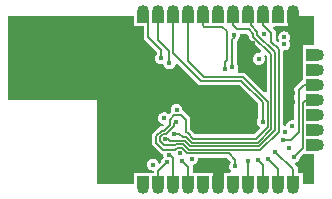
<source format=gbl>
G04 Layer_Physical_Order=4*
G04 Layer_Color=16711680*
%FSLAX25Y25*%
%MOIN*%
G70*
G01*
G75*
%ADD16R,0.03937X0.03937*%
%ADD26C,0.00600*%
%ADD28C,0.01000*%
%ADD33C,0.01600*%
%ADD34C,0.04000*%
%ADD35C,0.02400*%
G36*
X361646Y362082D02*
Y361866D01*
X361646Y361866D01*
X361536Y361730D01*
X361439Y361585D01*
X361354Y361432D01*
X361284Y361273D01*
X361227Y361107D01*
X361185Y360938D01*
X361158Y360765D01*
X361147Y360591D01*
X361150Y360416D01*
X361169Y360243D01*
X361202Y360071D01*
X361251Y359904D01*
X361314Y359741D01*
X361391Y359584D01*
X361481Y359434D01*
X361576Y359303D01*
X361576Y359303D01*
X361607Y359261D01*
X361634Y359216D01*
X361656Y359169D01*
X361675Y359120D01*
X361689Y359069D01*
X361699Y359018D01*
X361704Y358966D01*
X361705Y358913D01*
X361701Y358861D01*
X361692Y358810D01*
X361680Y358759D01*
X361662Y358709D01*
X361641Y358662D01*
X361615Y358616D01*
X361586Y358573D01*
X361553Y358532D01*
X361516Y358495D01*
X361476Y358461D01*
X361434Y358430D01*
X361389Y358403D01*
X361342Y358381D01*
X361293Y358362D01*
X361242Y358348D01*
X361191Y358338D01*
X361139Y358333D01*
X361104Y358332D01*
X359330D01*
Y357131D01*
X355670D01*
Y358332D01*
X349002D01*
Y360993D01*
X349229Y361049D01*
X349229Y361049D01*
X349396Y361099D01*
X349559Y361163D01*
X349715Y361241D01*
X349864Y361332D01*
X350005Y361436D01*
X350135Y361552D01*
X350256Y361678D01*
X350364Y361815D01*
X350461Y361961D01*
X350544Y362114D01*
X350614Y362274D01*
X350669Y362440D01*
X350710Y362610D01*
X350736Y362782D01*
X350747Y362957D01*
X350747Y362998D01*
Y363298D01*
X360430D01*
X361646Y362082D01*
D02*
G37*
G36*
X389289Y354692D02*
X385670D01*
Y358332D01*
X384002D01*
Y360093D01*
X383276Y360818D01*
X383276Y360818D01*
X383241Y360857D01*
X383209Y360898D01*
X383181Y360943D01*
X383157Y360989D01*
X383137Y361037D01*
X383121Y361087D01*
X383110Y361139D01*
X383103Y361190D01*
X383101Y361243D01*
X383103Y361295D01*
X383110Y361347D01*
X383122Y361398D01*
X383137Y361448D01*
X383157Y361496D01*
X383182Y361543D01*
X383210Y361587D01*
X383242Y361628D01*
X383277Y361667D01*
X383316Y361702D01*
X383357Y361734D01*
X383402Y361762D01*
X383448Y361786D01*
X383473Y361797D01*
X383473Y361797D01*
X383631Y361871D01*
X383783Y361958D01*
X383926Y362057D01*
X384060Y362169D01*
X384184Y362292D01*
X384297Y362426D01*
X384397Y362569D01*
X384485Y362720D01*
X384559Y362878D01*
X384620Y363042D01*
X384665Y363210D01*
X384696Y363382D01*
X384701Y363422D01*
X384713Y363527D01*
X385735Y364548D01*
X389289D01*
Y354692D01*
D02*
G37*
G36*
X329330Y407140D02*
X332626D01*
Y402923D01*
X336940Y398608D01*
Y397772D01*
X336940Y397772D01*
X336830Y397636D01*
X336733Y397491D01*
X336649Y397338D01*
X336578Y397178D01*
X336521Y397013D01*
X336479Y396844D01*
X336453Y396671D01*
X336441Y396497D01*
X336444Y396322D01*
X336462Y396148D01*
X336496Y395977D01*
X336545Y395809D01*
X336608Y395646D01*
X336684Y395490D01*
X336775Y395340D01*
X336877Y395199D01*
X336992Y395067D01*
X337118Y394946D01*
X337254Y394836D01*
X337399Y394739D01*
X337552Y394655D01*
X337712Y394584D01*
X337877Y394527D01*
X338046Y394485D01*
X338219Y394459D01*
X338393Y394447D01*
X338568Y394450D01*
X338741Y394468D01*
X338913Y394502D01*
X338920Y394504D01*
X338920Y394503D01*
X338946Y394509D01*
X338972Y394511D01*
X338998Y394512D01*
X339024Y394510D01*
X339050Y394506D01*
X339075Y394500D01*
X339100Y394491D01*
X339124Y394481D01*
X339147Y394468D01*
X339169Y394454D01*
X339189Y394437D01*
X339208Y394419D01*
X339225Y394399D01*
X339241Y394378D01*
X339254Y394356D01*
X339266Y394332D01*
X339275Y394308D01*
X339282Y394286D01*
X339282Y394286D01*
X339332Y394119D01*
X339397Y393957D01*
X339476Y393801D01*
X339568Y393652D01*
X339672Y393512D01*
X339789Y393382D01*
X339916Y393263D01*
X340053Y393155D01*
X340199Y393059D01*
X340353Y392976D01*
X340514Y392907D01*
X340680Y392853D01*
X340850Y392813D01*
X341023Y392788D01*
X341197Y392778D01*
X341372Y392784D01*
X341545Y392804D01*
X341716Y392840D01*
X341883Y392890D01*
X342045Y392955D01*
X342201Y393034D01*
X342350Y393126D01*
X342490Y393231D01*
X342620Y393347D01*
X342740Y393474D01*
X342847Y393611D01*
X342943Y393758D01*
X343026Y393911D01*
X343095Y394072D01*
X343137Y394195D01*
X343137Y394195D01*
X343155Y394244D01*
X343176Y394292D01*
X343202Y394338D01*
X343232Y394381D01*
X343265Y394421D01*
X343302Y394459D01*
X343341Y394493D01*
X343384Y394523D01*
X343429Y394549D01*
X343476Y394572D01*
X343525Y394590D01*
X343576Y394604D01*
X343627Y394614D01*
X343679Y394619D01*
X343731Y394620D01*
X343784Y394616D01*
X343835Y394607D01*
X343886Y394594D01*
X343935Y394577D01*
X343983Y394555D01*
X344028Y394529D01*
X344072Y394499D01*
X344112Y394466D01*
X344135Y394444D01*
X351103Y387476D01*
X364601D01*
X370798Y381278D01*
Y376623D01*
X370798Y376623D01*
X370688Y376487D01*
X370591Y376342D01*
X370506Y376189D01*
X370436Y376030D01*
X370379Y375864D01*
X370337Y375695D01*
X370310Y375522D01*
X370299Y375348D01*
X370302Y375173D01*
X370321Y375000D01*
X370354Y374828D01*
X370403Y374661D01*
X370466Y374498D01*
X370543Y374341D01*
X370633Y374191D01*
X370736Y374050D01*
X370851Y373919D01*
X370977Y373798D01*
X371103Y373695D01*
X371103Y373695D01*
X371143Y373662D01*
X371181Y373625D01*
X371215Y373586D01*
X371246Y373543D01*
X371272Y373498D01*
X371295Y373451D01*
X371314Y373402D01*
X371328Y373352D01*
X371338Y373300D01*
X371343Y373248D01*
X371344Y373196D01*
X371340Y373144D01*
X371332Y373092D01*
X371319Y373041D01*
X371301Y372992D01*
X371280Y372944D01*
X371254Y372898D01*
X371225Y372855D01*
X371192Y372815D01*
X371168Y372789D01*
X369608Y371230D01*
X349691D01*
X348196Y372724D01*
Y376617D01*
X345598Y379215D01*
X345601Y379343D01*
X345601Y379343D01*
X345596Y379518D01*
X345577Y379691D01*
X345542Y379862D01*
X345493Y380030D01*
X345429Y380192D01*
X345351Y380349D01*
X345260Y380498D01*
X345156Y380638D01*
X345040Y380769D01*
X344914Y380890D01*
X344777Y380998D01*
X344632Y381095D01*
X344479Y381178D01*
X344318Y381248D01*
X344153Y381304D01*
X343983Y381345D01*
X343810Y381371D01*
X343636Y381382D01*
X343461Y381377D01*
X343288Y381358D01*
X343117Y381323D01*
X342949Y381274D01*
X342787Y381210D01*
X342630Y381132D01*
X342481Y381041D01*
X342341Y380937D01*
X342210Y380821D01*
X342089Y380695D01*
X341981Y380558D01*
X341884Y380413D01*
X341800Y380259D01*
X341731Y380099D01*
X341675Y379934D01*
X341634Y379764D01*
X341608Y379591D01*
X341597Y379417D01*
X341602Y379242D01*
X341621Y379069D01*
X341656Y378898D01*
X341678Y378818D01*
X341728Y378647D01*
X340943Y377863D01*
X340732Y378046D01*
X340732Y378046D01*
X340595Y378155D01*
X340450Y378251D01*
X340296Y378334D01*
X340136Y378404D01*
X339970Y378460D01*
X339801Y378500D01*
X339628Y378526D01*
X339454Y378537D01*
X339279Y378532D01*
X339106Y378512D01*
X338934Y378477D01*
X338767Y378428D01*
X338604Y378364D01*
X338448Y378286D01*
X338299Y378194D01*
X338159Y378091D01*
X338028Y377975D01*
X337908Y377848D01*
X337799Y377712D01*
X337703Y377566D01*
X337619Y377412D01*
X337550Y377252D01*
X337494Y377086D01*
X337454Y376917D01*
X337428Y376744D01*
X337417Y376570D01*
X337422Y376395D01*
X337442Y376221D01*
X337477Y376050D01*
X337526Y375883D01*
X337590Y375720D01*
X337668Y375564D01*
X337759Y375415D01*
X337863Y375275D01*
X337979Y375144D01*
X338106Y375024D01*
X338243Y374915D01*
X338388Y374819D01*
X338542Y374735D01*
X338702Y374666D01*
X338867Y374610D01*
X338974Y374583D01*
X339058Y374564D01*
X339331Y374291D01*
X338961Y373920D01*
X337977D01*
X335400Y371344D01*
Y367694D01*
X338616Y364478D01*
X339187D01*
X339200Y364192D01*
X339200D01*
X339215Y364018D01*
X339246Y363846D01*
X339291Y363677D01*
X339339Y363542D01*
X339339Y363542D01*
X339197Y363440D01*
X339065Y363326D01*
X338943Y363201D01*
X338833Y363065D01*
X338735Y362921D01*
X338649Y362769D01*
X338578Y362609D01*
X338520Y362444D01*
X338478Y362275D01*
X338450Y362103D01*
X338449Y362096D01*
X338437Y361991D01*
X337876Y361430D01*
X337615Y361691D01*
X337593Y361755D01*
X337593Y361755D01*
X337528Y361917D01*
X337449Y362073D01*
X337357Y362222D01*
X337253Y362361D01*
X337136Y362492D01*
X337009Y362611D01*
X336872Y362719D01*
X336726Y362815D01*
X336572Y362898D01*
X336411Y362966D01*
X336245Y363021D01*
X336075Y363061D01*
X335903Y363086D01*
X335728Y363096D01*
X335554Y363090D01*
X335380Y363070D01*
X335209Y363034D01*
X335042Y362984D01*
X334880Y362919D01*
X334724Y362840D01*
X334576Y362748D01*
X334436Y362644D01*
X334305Y362527D01*
X334186Y362400D01*
X334078Y362263D01*
X333982Y362117D01*
X333899Y361963D01*
X333830Y361802D01*
X333776Y361636D01*
X333736Y361467D01*
X333711Y361294D01*
X333701Y361119D01*
X333707Y360945D01*
X333727Y360771D01*
X333763Y360600D01*
X333813Y360433D01*
X333878Y360271D01*
X333957Y360115D01*
X334049Y359966D01*
X334153Y359827D01*
X334270Y359696D01*
X334397Y359577D01*
X334534Y359469D01*
X334680Y359373D01*
X334834Y359290D01*
X334995Y359222D01*
X335160Y359167D01*
X335331Y359127D01*
X335503Y359102D01*
X335678Y359092D01*
X335699Y359092D01*
X335725Y359091D01*
X335751Y359087D01*
X335777Y359082D01*
X335802Y359074D01*
X335826Y359064D01*
X335849Y359051D01*
X335871Y359037D01*
X335892Y359021D01*
X335911Y359003D01*
X335929Y358984D01*
X335944Y358963D01*
X335958Y358941D01*
X335970Y358918D01*
X335980Y358894D01*
X335988Y358869D01*
X335994Y358843D01*
X335997Y358817D01*
X335998Y358792D01*
Y358332D01*
X329330D01*
Y354692D01*
X317115D01*
Y382747D01*
X287400D01*
Y410778D01*
X329330D01*
Y407140D01*
D02*
G37*
G36*
X389289Y400890D02*
X385650D01*
Y389220D01*
X385429D01*
X382840Y386632D01*
Y376387D01*
X382838Y376335D01*
X382831Y376283D01*
X382820Y376232D01*
X382804Y376182D01*
X382784Y376133D01*
X382760Y376087D01*
X382732Y376043D01*
X382700Y376001D01*
X382665Y375962D01*
X382626Y375927D01*
X382585Y375895D01*
X382541Y375867D01*
X382494Y375843D01*
X382446Y375822D01*
X382396Y375807D01*
X382345Y375795D01*
X382293Y375788D01*
X382241Y375786D01*
X382195Y375788D01*
X382195Y375788D01*
X382020Y375794D01*
X381846Y375784D01*
X381673Y375759D01*
X381503Y375719D01*
X381337Y375665D01*
X381177Y375596D01*
X381023Y375513D01*
X380877Y375418D01*
X380739Y375310D01*
X380612Y375190D01*
X380496Y375060D01*
X380391Y374920D01*
X380299Y374772D01*
X380220Y374616D01*
X380155Y374454D01*
X380112Y374314D01*
X380112Y374314D01*
X380104Y374289D01*
X380094Y374265D01*
X380082Y374242D01*
X380068Y374220D01*
X380052Y374199D01*
X380034Y374180D01*
X380015Y374162D01*
X379994Y374146D01*
X379972Y374132D01*
X379948Y374120D01*
X379924Y374111D01*
X379899Y374103D01*
X379874Y374097D01*
X379848Y374094D01*
X379821Y374093D01*
X379813D01*
X379813Y374093D01*
X379712Y374094D01*
Y374094D01*
X379660Y374096D01*
X379608Y374101D01*
X379556Y374112D01*
X379506Y374127D01*
X379457Y374146D01*
X379411Y374169D01*
X379366Y374197D01*
X379324Y374228D01*
X379285Y374263D01*
X379249Y374301D01*
X379216Y374342D01*
X379187Y374385D01*
X379163Y374431D01*
X379142Y374479D01*
X379125Y374529D01*
X379113Y374580D01*
X379105Y374632D01*
X379102Y374684D01*
X379102Y374694D01*
Y398580D01*
X379104Y398632D01*
X379111Y398684D01*
X379122Y398735D01*
X379138Y398785D01*
X379158Y398834D01*
X379182Y398880D01*
X379210Y398924D01*
X379242Y398966D01*
X379278Y399004D01*
X379316Y399040D01*
X379358Y399072D01*
X379402Y399100D01*
X379448Y399124D01*
X379497Y399144D01*
X379547Y399160D01*
X379598Y399171D01*
X379650Y399178D01*
X379653Y399178D01*
X379653Y399178D01*
X379826Y399199D01*
X379997Y399236D01*
X380164Y399288D01*
X380326Y399353D01*
X380481Y399433D01*
X380629Y399526D01*
X380768Y399631D01*
X380898Y399749D01*
X381017Y399877D01*
X381124Y400014D01*
X381219Y400161D01*
X381300Y400316D01*
X381368Y400477D01*
X381421Y400643D01*
X381460Y400813D01*
X381484Y400986D01*
X381493Y401160D01*
X381486Y401335D01*
X381465Y401508D01*
X381428Y401679D01*
X381377Y401846D01*
X381311Y402008D01*
X381231Y402163D01*
X381138Y402311D01*
X381127Y402327D01*
X381127Y402327D01*
X381221Y402474D01*
X381302Y402629D01*
X381370Y402790D01*
X381423Y402956D01*
X381461Y403126D01*
X381485Y403300D01*
X381493Y403474D01*
X381486Y403649D01*
X381464Y403822D01*
X381427Y403993D01*
X381375Y404159D01*
X381308Y404321D01*
X381228Y404476D01*
X381135Y404624D01*
X381029Y404763D01*
X380911Y404892D01*
X380783Y405010D01*
X380645Y405117D01*
X380498Y405211D01*
X380343Y405293D01*
X380182Y405360D01*
X380016Y405413D01*
X379845Y405451D01*
X379672Y405475D01*
X379498Y405483D01*
X379323Y405476D01*
X379150Y405454D01*
X378979Y405417D01*
X378813Y405365D01*
X378651Y405298D01*
X378496Y405218D01*
X378348Y405125D01*
X378209Y405019D01*
X378080Y404902D01*
X377962Y404773D01*
X377855Y404635D01*
X377761Y404488D01*
X377679Y404333D01*
X377612Y404172D01*
X377559Y404006D01*
X377521Y403835D01*
X377497Y403662D01*
X377489Y403488D01*
X377496Y403313D01*
X377518Y403140D01*
X377555Y402970D01*
X377607Y402803D01*
X377674Y402641D01*
X377754Y402486D01*
X377847Y402338D01*
X377855Y402327D01*
X377855Y402327D01*
X377761Y402180D01*
X377742Y402148D01*
X377722Y402111D01*
X377480Y401869D01*
X376690Y402659D01*
Y405474D01*
X376049Y406115D01*
X376049Y406115D01*
X376014Y406154D01*
X375982Y406195D01*
X375954Y406239D01*
X375929Y406286D01*
X375909Y406334D01*
X375894Y406384D01*
X375882Y406435D01*
X375875Y406487D01*
X375873Y406539D01*
X375875Y406592D01*
X375882Y406643D01*
X375893Y406695D01*
X375909Y406744D01*
X375929Y406793D01*
X375953Y406839D01*
X375981Y406884D01*
X376013Y406925D01*
X376048Y406964D01*
X376087Y406999D01*
X376128Y407031D01*
X376172Y407059D01*
X376219Y407084D01*
X376267Y407104D01*
X376317Y407119D01*
X376368Y407131D01*
X376420Y407138D01*
X376472Y407140D01*
X380670D01*
Y408340D01*
X384470D01*
Y410778D01*
X389289D01*
Y400890D01*
D02*
G37*
G36*
X367728Y404052D02*
Y403148D01*
X371551Y399325D01*
X371551Y399325D01*
X371587Y399287D01*
X371619Y399245D01*
X371647Y399201D01*
X371671Y399155D01*
X371691Y399106D01*
X371707Y399056D01*
X371718Y399005D01*
X371725Y398953D01*
X371727Y398901D01*
X371725Y398849D01*
X371718Y398797D01*
X371707Y398746D01*
X371691Y398696D01*
X371671Y398647D01*
X371647Y398601D01*
X371619Y398557D01*
X371587Y398515D01*
X371551Y398477D01*
X371513Y398441D01*
X371471Y398410D01*
X371427Y398381D01*
X371381Y398357D01*
X371332Y398337D01*
X371282Y398321D01*
X371231Y398310D01*
X371179Y398303D01*
X371127Y398301D01*
X371110D01*
X371110Y398301D01*
X370935Y398299D01*
X370762Y398281D01*
X370590Y398248D01*
X370422Y398200D01*
X370259Y398137D01*
X370102Y398061D01*
X369952Y397971D01*
X369811Y397869D01*
X369678Y397755D01*
X369557Y397629D01*
X369447Y397494D01*
X369349Y397349D01*
X369264Y397197D01*
X369193Y397037D01*
X369135Y396872D01*
X369093Y396703D01*
X369065Y396530D01*
X369053Y396356D01*
X369056Y396181D01*
X369074Y396008D01*
X369107Y395836D01*
X369154Y395668D01*
X369217Y395505D01*
X369293Y395348D01*
X369383Y395198D01*
X369485Y395057D01*
X369599Y394924D01*
X369725Y394803D01*
X369860Y394693D01*
X370005Y394595D01*
X370158Y394510D01*
X370317Y394439D01*
X370482Y394381D01*
X370651Y394339D01*
X370824Y394311D01*
X370998Y394299D01*
X371173Y394302D01*
X371346Y394320D01*
X371518Y394353D01*
X371686Y394400D01*
X371849Y394463D01*
X372006Y394539D01*
X372156Y394629D01*
X372297Y394731D01*
X372429Y394845D01*
X372551Y394971D01*
X372661Y395106D01*
X372759Y395251D01*
X372844Y395404D01*
X372915Y395563D01*
X372972Y395728D01*
X373015Y395897D01*
X373043Y396070D01*
X373055Y396244D01*
X373053Y396419D01*
X373035Y396592D01*
X373002Y396764D01*
X372954Y396932D01*
X372891Y397095D01*
X372836Y397213D01*
X372736Y397407D01*
X373103Y397774D01*
X373698Y397178D01*
Y385771D01*
X373696Y385719D01*
X373689Y385667D01*
X373678Y385616D01*
X373662Y385566D01*
X373642Y385517D01*
X373618Y385471D01*
X373589Y385427D01*
X373558Y385385D01*
X373522Y385347D01*
X373484Y385311D01*
X373442Y385279D01*
X373398Y385251D01*
X373352Y385227D01*
X373303Y385207D01*
X373253Y385191D01*
X373202Y385180D01*
X373150Y385173D01*
X373098Y385171D01*
X373046Y385173D01*
X372994Y385180D01*
X372943Y385191D01*
X372893Y385207D01*
X372844Y385227D01*
X372798Y385251D01*
X372754Y385279D01*
X372712Y385311D01*
X372674Y385347D01*
X366343Y391678D01*
X364543D01*
X364491Y391680D01*
X364439Y391687D01*
X364388Y391698D01*
X364338Y391714D01*
X364289Y391734D01*
X364243Y391758D01*
X364199Y391787D01*
X364157Y391818D01*
X364119Y391854D01*
X364083Y391892D01*
X364052Y391934D01*
X364023Y391978D01*
X363999Y392024D01*
X363979Y392073D01*
X363963Y392123D01*
X363952Y392174D01*
X363945Y392226D01*
X363943Y392278D01*
X363945Y392330D01*
X363952Y392382D01*
X363963Y392433D01*
X363979Y392483D01*
X363999Y392532D01*
X364011Y392556D01*
X364011Y392556D01*
X364085Y392714D01*
X364144Y392878D01*
X364190Y393047D01*
X364220Y393219D01*
X364235Y393393D01*
X364235Y393568D01*
X364220Y393742D01*
X364189Y393914D01*
X364144Y394082D01*
X364084Y394247D01*
X364011Y394405D01*
X363923Y394556D01*
X363823Y394699D01*
X363736Y394804D01*
Y402217D01*
X364204Y402685D01*
Y403079D01*
X364270Y403161D01*
X364373Y403302D01*
X364463Y403452D01*
X364539Y403609D01*
X364602Y403772D01*
X364650Y403940D01*
X364683Y404111D01*
X364696Y404220D01*
X364696Y404220D01*
X364703Y404272D01*
X364714Y404323D01*
X364731Y404373D01*
X364751Y404421D01*
X364775Y404467D01*
X364804Y404511D01*
X364836Y404553D01*
X364871Y404591D01*
X364910Y404626D01*
X364952Y404658D01*
X364996Y404685D01*
X365043Y404709D01*
X365091Y404729D01*
X365141Y404744D01*
X365193Y404755D01*
X365245Y404762D01*
X365294Y404764D01*
X367016D01*
X367728Y404052D01*
D02*
G37*
D16*
X362500Y355161D02*
D03*
X367500D02*
D03*
X372500D02*
D03*
X382500D02*
D03*
X332500D02*
D03*
X357500D02*
D03*
X352500D02*
D03*
X377500D02*
D03*
X337500D02*
D03*
X347500D02*
D03*
X342500D02*
D03*
X372500Y410310D02*
D03*
X357500D02*
D03*
X382500D02*
D03*
X332500D02*
D03*
X337500D02*
D03*
X352500D02*
D03*
X377500D02*
D03*
X347500D02*
D03*
X342500D02*
D03*
X367500D02*
D03*
X362500D02*
D03*
X388820Y392719D02*
D03*
Y367719D02*
D03*
Y372719D02*
D03*
Y377719D02*
D03*
Y382719D02*
D03*
Y387719D02*
D03*
Y397719D02*
D03*
D26*
X359612Y392988D02*
Y395212D01*
X341222Y394780D02*
Y398862D01*
X342500Y398202D02*
X351725Y388977D01*
X342500Y398202D02*
Y410310D01*
X338442Y396448D02*
Y399230D01*
X332500Y412278D02*
X334127Y410651D01*
Y403545D02*
Y410651D01*
X388820Y392719D02*
X390789D01*
X367500Y353192D02*
Y355161D01*
Y361008D01*
X367445Y361063D02*
X367500Y361008D01*
X367445Y361063D02*
Y362163D01*
X372500Y353192D02*
Y355161D01*
Y360940D01*
X370790Y362650D02*
X372500Y360940D01*
X376542Y365429D02*
X382500Y359471D01*
Y355161D02*
Y359471D01*
Y353192D02*
Y355161D01*
X386700Y382719D02*
X388820D01*
X385693Y381712D02*
X386700Y382719D01*
X385693Y366630D02*
Y381712D01*
X382712Y363649D02*
X385693Y366630D01*
X388820Y382719D02*
X390789D01*
X372500Y407541D02*
Y410310D01*
Y407541D02*
X375189Y404852D01*
Y402037D02*
Y404852D01*
Y402037D02*
X377600Y399626D01*
Y372004D02*
Y399626D01*
X371596Y366000D02*
X377600Y372004D01*
X347703Y366000D02*
X371596D01*
X345803Y367900D02*
X347703Y366000D01*
X344393Y367900D02*
X345803D01*
X344392Y367901D02*
X344393Y367900D01*
X343398Y367901D02*
X344392D01*
X343061Y367564D02*
X343398Y367901D01*
X339352Y367564D02*
X343061D01*
X338102Y368814D02*
X339352Y367564D01*
X338102Y368814D02*
Y370224D01*
X339097Y371219D01*
X340081D01*
X342674Y373812D01*
Y374528D01*
X343452Y375306D01*
X386051Y387719D02*
X388820D01*
X384342Y386010D02*
X386051Y387719D01*
X384342Y371851D02*
Y386010D01*
X381687Y369196D02*
X384342Y371851D01*
X378976Y369196D02*
X381687D01*
X388820Y387719D02*
X390789D01*
X388820Y397719D02*
X390789D01*
X382500Y410310D02*
Y412278D01*
X357500Y410310D02*
Y412278D01*
X334127Y403545D02*
X338442Y399230D01*
X337500Y410310D02*
Y412278D01*
Y402584D02*
Y410310D01*
Y402584D02*
X341222Y398862D01*
X352500Y410310D02*
Y412278D01*
Y407541D02*
Y410310D01*
Y407541D02*
X352929Y407112D01*
X358902D01*
X360424Y405590D01*
Y396024D02*
Y405590D01*
X359612Y395212D02*
X360424Y396024D01*
X362703Y403307D02*
Y404407D01*
X362235Y402839D02*
X362703Y403307D01*
X362235Y393480D02*
Y402839D01*
X377500Y410310D02*
Y412278D01*
X352500Y353192D02*
Y355161D01*
X377500Y353192D02*
Y355161D01*
Y359645D01*
X374056Y363089D02*
X377500Y359645D01*
X337500Y353192D02*
Y355161D01*
Y358931D01*
X340438Y361869D01*
X347500Y353192D02*
Y355161D01*
Y360181D01*
X345345Y362336D02*
X347500Y360181D01*
X363148Y360542D02*
Y362704D01*
X361052Y364800D02*
X363148Y362704D01*
X347205Y364800D02*
X361052D01*
X345305Y366700D02*
X347205Y364800D01*
X343895Y366700D02*
X345305D01*
X343175Y365980D02*
X343895Y366700D01*
X339238Y365980D02*
X343175D01*
X336902Y368316D02*
X339238Y365980D01*
X336902Y368316D02*
Y370722D01*
X338599Y372419D01*
X339583D01*
X341277Y374113D01*
Y376073D01*
X342664Y377460D01*
X345230D01*
X346695Y375995D01*
Y372100D02*
Y375995D01*
Y372100D02*
X347295Y371500D01*
X347297D01*
X349069Y369728D01*
X370230D01*
X374000Y373498D01*
Y381898D01*
X365721Y390177D02*
X374000Y381898D01*
X352875Y390177D02*
X365721D01*
X347500Y395552D02*
X352875Y390177D01*
X347500Y395552D02*
Y410310D01*
Y412278D01*
X342500Y410310D02*
Y412278D01*
X372300Y375299D02*
Y381900D01*
X365223Y388977D02*
X372300Y381900D01*
X351725Y388977D02*
X365223D01*
X367500Y410278D02*
Y410310D01*
Y410278D02*
X368478Y409300D01*
Y407509D02*
Y409300D01*
Y407509D02*
X370547Y405440D01*
Y404355D02*
Y405440D01*
Y404355D02*
X376400Y398502D01*
Y372502D02*
Y398502D01*
X371098Y367200D02*
X376400Y372502D01*
X348201Y367200D02*
X371098D01*
X346301Y369100D02*
X348201Y367200D01*
X344891Y369100D02*
X346301D01*
X344890Y369101D02*
X344891Y369100D01*
X341320Y369101D02*
X344890D01*
X340902Y369519D02*
X341320Y369101D01*
X339802Y369519D02*
X340902D01*
X362500Y410310D02*
Y412278D01*
X342915Y371399D02*
X344515D01*
X345614Y370300D01*
X346799D01*
X348699Y368400D01*
X370600D01*
X375200Y373000D01*
Y397800D01*
X369230Y403770D02*
X375200Y397800D01*
X369230Y403770D02*
Y404674D01*
X367638Y406266D02*
X369230Y404674D01*
X363775Y406266D02*
X367638D01*
X362500Y407541D02*
X363775Y406266D01*
X362500Y407541D02*
Y410310D01*
X342500Y353192D02*
Y355161D01*
Y363337D01*
X341557Y364280D02*
X342500Y363337D01*
X341200Y364280D02*
X341557D01*
D28*
X382500Y410310D02*
X384771D01*
X382500Y408039D02*
Y410310D01*
D33*
X322638Y387205D02*
D03*
X318115Y386392D02*
D03*
X312865Y383582D02*
D03*
X315245Y383562D02*
D03*
X322615Y382892D02*
D03*
X310655Y383622D02*
D03*
X308505Y383662D02*
D03*
X306255Y383542D02*
D03*
X320615Y382892D02*
D03*
X332615D02*
D03*
X330615D02*
D03*
X328615D02*
D03*
X326615D02*
D03*
X331004Y386811D02*
D03*
X324615Y382892D02*
D03*
X304005Y383582D02*
D03*
X305415Y386231D02*
D03*
X318115Y384392D02*
D03*
X332615Y394192D02*
D03*
X334615D02*
D03*
X322615D02*
D03*
X318115D02*
D03*
Y398192D02*
D03*
Y396192D02*
D03*
X320615Y394192D02*
D03*
X330615D02*
D03*
X326615D02*
D03*
X324615D02*
D03*
X328615D02*
D03*
X326015Y407692D02*
D03*
X318115Y406192D02*
D03*
X320015Y407692D02*
D03*
X336615Y394192D02*
D03*
X359612Y392988D02*
D03*
X341222Y394780D02*
D03*
X338442Y396448D02*
D03*
X335620Y386505D02*
D03*
X344600Y365000D02*
D03*
X348745Y362992D02*
D03*
X367445Y362163D02*
D03*
X370790Y362650D02*
D03*
X376542Y365429D02*
D03*
X381117Y366732D02*
D03*
X379745Y372092D02*
D03*
X382045Y373792D02*
D03*
X382712Y363649D02*
D03*
X343452Y375306D02*
D03*
X378976Y369196D02*
D03*
X335703Y361094D02*
D03*
X339419Y376535D02*
D03*
X371054Y396300D02*
D03*
X379491Y403481D02*
D03*
Y401173D02*
D03*
X343599Y379380D02*
D03*
X332852Y373060D02*
D03*
X382025Y377995D02*
D03*
X382512Y388175D02*
D03*
Y392038D02*
D03*
X382495Y396003D02*
D03*
X372820Y404487D02*
D03*
X360119Y360941D02*
D03*
X334579Y378798D02*
D03*
X382514Y381870D02*
D03*
X382297Y384874D02*
D03*
X364900Y401661D02*
D03*
X368955Y401640D02*
D03*
X318115Y404192D02*
D03*
Y402192D02*
D03*
Y400192D02*
D03*
Y382392D02*
D03*
Y380392D02*
D03*
Y378392D02*
D03*
Y376392D02*
D03*
Y374392D02*
D03*
Y372392D02*
D03*
Y370392D02*
D03*
Y368392D02*
D03*
Y366392D02*
D03*
Y364392D02*
D03*
Y362392D02*
D03*
Y360392D02*
D03*
X386156Y359723D02*
D03*
Y361723D02*
D03*
Y363723D02*
D03*
Y407723D02*
D03*
Y405723D02*
D03*
Y403723D02*
D03*
X314035Y409792D02*
D03*
X290098D02*
D03*
X292098D02*
D03*
X294098D02*
D03*
X296098D02*
D03*
X298098D02*
D03*
X300098D02*
D03*
X302098D02*
D03*
X304098D02*
D03*
X306098D02*
D03*
X308098D02*
D03*
X310098D02*
D03*
X316095D02*
D03*
X312095D02*
D03*
X296157Y406489D02*
D03*
X298757D02*
D03*
X301357D02*
D03*
X298757Y394789D02*
D03*
X296157D02*
D03*
X301357D02*
D03*
X292743Y397852D02*
D03*
Y403652D02*
D03*
X322015Y407692D02*
D03*
X324015D02*
D03*
X328015D02*
D03*
X299815Y383642D02*
D03*
X301935Y383582D02*
D03*
X288398D02*
D03*
Y385792D02*
D03*
Y387792D02*
D03*
Y389792D02*
D03*
Y391792D02*
D03*
Y393792D02*
D03*
Y401792D02*
D03*
Y399792D02*
D03*
Y397792D02*
D03*
Y395792D02*
D03*
Y407792D02*
D03*
Y405792D02*
D03*
Y403792D02*
D03*
X322615Y400192D02*
D03*
X318115Y358392D02*
D03*
X320115Y357692D02*
D03*
X322115D02*
D03*
X324115D02*
D03*
X326115D02*
D03*
X328115D02*
D03*
X290465Y383582D02*
D03*
X330615Y400192D02*
D03*
X322975Y376392D02*
D03*
X329902Y376416D02*
D03*
X326726Y369995D02*
D03*
X332156Y366579D02*
D03*
X322975Y362392D02*
D03*
X362235Y393480D02*
D03*
X362703Y404407D02*
D03*
X374056Y363089D02*
D03*
X340438Y361869D02*
D03*
X345345Y362336D02*
D03*
X363148Y360542D02*
D03*
X372300Y375299D02*
D03*
X339802Y369519D02*
D03*
X342915Y371399D02*
D03*
X341200Y364280D02*
D03*
D34*
X390789Y392719D02*
D03*
X362500Y353192D02*
D03*
X367500D02*
D03*
X372500D02*
D03*
X382500D02*
D03*
X390789Y367719D02*
D03*
Y372719D02*
D03*
Y377719D02*
D03*
Y382719D02*
D03*
X372500Y412278D02*
D03*
X390789Y387719D02*
D03*
Y397719D02*
D03*
X332500Y353192D02*
D03*
X357500D02*
D03*
Y412278D02*
D03*
X382500D02*
D03*
X332500D02*
D03*
X337500D02*
D03*
X352500D02*
D03*
X377500D02*
D03*
X352500Y353192D02*
D03*
X377500D02*
D03*
X337500D02*
D03*
X347500D02*
D03*
Y412278D02*
D03*
X342500D02*
D03*
X367500D02*
D03*
X362500D02*
D03*
X342500Y353192D02*
D03*
D35*
X351750Y383619D02*
D03*
Y378492D02*
D03*
Y373392D02*
D03*
X356931Y383619D02*
D03*
Y378492D02*
D03*
Y373392D02*
D03*
X362045Y383619D02*
D03*
Y378492D02*
D03*
Y373392D02*
D03*
M02*

</source>
